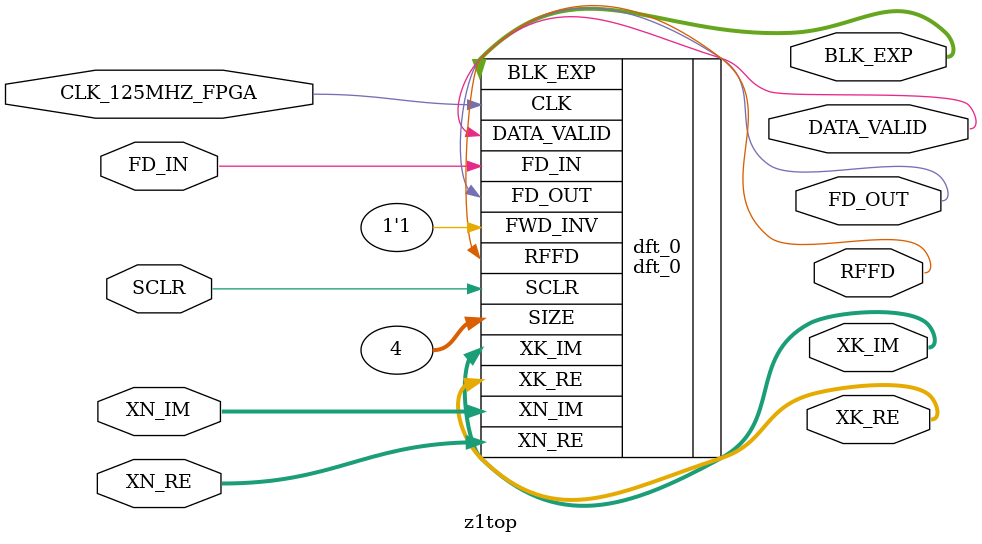
<source format=v>
`timescale 1ns / 1ps

module z1top #(
    parameter N = 18
) (
    input           CLK_125MHZ_FPGA,
    input           SCLR,
    input  [N-1:0]  XN_RE,
    input  [N-1:0]  XN_IM,
    input           FD_IN,
    output          RFFD,
    output [N-1:0]  XK_RE,
    output [N-1:0]  XK_IM,
    output [3:0]    BLK_EXP,
    output          FD_OUT,
    output          DATA_VALID
);

    dft_0 dft_0 (
        .CLK        (CLK_125MHZ_FPGA),
        .SCLR       (SCLR),
        .XN_RE      (XN_RE),
        .XN_IM      (XN_IM),
        .FD_IN      (FD_IN),
        .RFFD       (RFFD),
        .SIZE       (4),
        .FWD_INV    (1'b1),
        .XK_RE      (XK_RE),
        .XK_IM      (XK_IM),
        .BLK_EXP    (BLK_EXP),
        .FD_OUT     (FD_OUT),
        .DATA_VALID (DATA_VALID)
    );

endmodule
</source>
